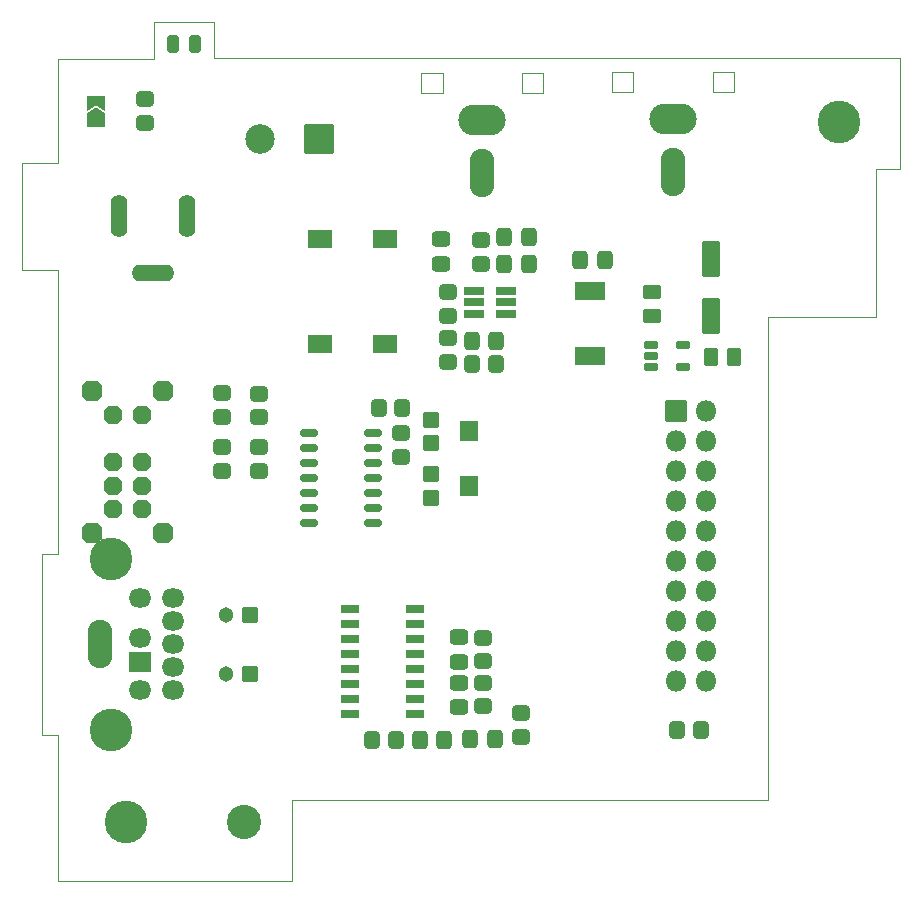
<source format=gts>
%TF.GenerationSoftware,KiCad,Pcbnew,7.0.1-3b83917a11~172~ubuntu22.04.1*%
%TF.CreationDate,2024-01-22T22:13:39+01:00*%
%TF.ProjectId,NES_POWER_FINESSE,4e45535f-504f-4574-9552-5f46494e4553,rev?*%
%TF.SameCoordinates,Original*%
%TF.FileFunction,Soldermask,Top*%
%TF.FilePolarity,Negative*%
%FSLAX46Y46*%
G04 Gerber Fmt 4.6, Leading zero omitted, Abs format (unit mm)*
G04 Created by KiCad (PCBNEW 7.0.1-3b83917a11~172~ubuntu22.04.1) date 2024-01-22 22:13:39*
%MOMM*%
%LPD*%
G01*
G04 APERTURE LIST*
G04 Aperture macros list*
%AMRoundRect*
0 Rectangle with rounded corners*
0 $1 Rounding radius*
0 $2 $3 $4 $5 $6 $7 $8 $9 X,Y pos of 4 corners*
0 Add a 4 corners polygon primitive as box body*
4,1,4,$2,$3,$4,$5,$6,$7,$8,$9,$2,$3,0*
0 Add four circle primitives for the rounded corners*
1,1,$1+$1,$2,$3*
1,1,$1+$1,$4,$5*
1,1,$1+$1,$6,$7*
1,1,$1+$1,$8,$9*
0 Add four rect primitives between the rounded corners*
20,1,$1+$1,$2,$3,$4,$5,0*
20,1,$1+$1,$4,$5,$6,$7,0*
20,1,$1+$1,$6,$7,$8,$9,0*
20,1,$1+$1,$8,$9,$2,$3,0*%
%AMFreePoly0*
4,1,16,0.523970,0.794789,0.542268,0.778179,1.042268,0.028179,1.050800,0.000000,1.042268,-0.028179,0.542268,-0.778179,0.523970,-0.794789,0.500000,-0.800800,-0.500000,-0.800800,-0.535921,-0.785921,-0.550800,-0.750000,-0.550800,0.750000,-0.535921,0.785921,-0.500000,0.800800,0.500000,0.800800,0.523970,0.794789,0.523970,0.794789,$1*%
%AMFreePoly1*
4,1,16,0.535921,0.785921,0.550800,0.750000,0.550800,-0.750000,0.535921,-0.785921,0.500000,-0.800800,-0.650000,-0.800800,-0.683481,-0.788205,-0.700361,-0.756666,-0.692268,-0.721821,-0.211054,0.000000,-0.692268,0.721821,-0.700361,0.756666,-0.683481,0.788205,-0.650000,0.800800,0.500000,0.800800,0.535921,0.785921,0.535921,0.785921,$1*%
%AMFreePoly2*
4,1,17,0.385921,0.735921,0.735921,0.385921,0.750800,0.350000,0.750800,-0.350000,0.735921,-0.385921,0.385921,-0.735921,0.350000,-0.750800,-0.350000,-0.750800,-0.385921,-0.735921,-0.735921,-0.385921,-0.750800,-0.350000,-0.750800,0.350000,-0.735921,0.385921,-0.385921,0.735921,-0.350000,0.750800,0.350000,0.750800,0.385921,0.735921,0.385921,0.735921,$1*%
%AMFreePoly3*
4,1,17,0.435921,0.835921,0.835921,0.435921,0.850800,0.400000,0.850800,-0.400000,0.835921,-0.435921,0.435921,-0.835921,0.400000,-0.850800,-0.400000,-0.850800,-0.435921,-0.835921,-0.835921,-0.435921,-0.850800,-0.400000,-0.850800,0.400000,-0.835921,0.435921,-0.435921,0.835921,-0.400000,0.850800,0.400000,0.850800,0.435921,0.835921,0.435921,0.835921,$1*%
G04 Aperture macros list end*
%TA.AperFunction,Profile*%
%ADD10C,0.010000*%
%TD*%
%ADD11RoundRect,0.050800X0.780000X0.325000X-0.780000X0.325000X-0.780000X-0.325000X0.780000X-0.325000X0*%
%ADD12RoundRect,0.120800X0.630000X-1.430000X0.630000X1.430000X-0.630000X1.430000X-0.630000X-1.430000X0*%
%ADD13RoundRect,0.300800X-0.337500X-0.475000X0.337500X-0.475000X0.337500X0.475000X-0.337500X0.475000X0*%
%ADD14RoundRect,0.300800X-0.450000X0.350000X-0.450000X-0.350000X0.450000X-0.350000X0.450000X0.350000X0*%
%ADD15O,1.409600X3.609599*%
%ADD16O,3.609599X1.409600*%
%ADD17RoundRect,0.300800X-0.350000X-0.450000X0.350000X-0.450000X0.350000X0.450000X-0.350000X0.450000X0*%
%ADD18RoundRect,0.050800X1.000000X-0.750000X1.000000X0.750000X-1.000000X0.750000X-1.000000X-0.750000X0*%
%ADD19RoundRect,0.050800X-0.600000X-0.600000X0.600000X-0.600000X0.600000X0.600000X-0.600000X0.600000X0*%
%ADD20RoundRect,0.050800X-0.750000X-0.800000X0.750000X-0.800000X0.750000X0.800000X-0.750000X0.800000X0*%
%ADD21O,1.551600X0.701599*%
%ADD22RoundRect,0.300800X0.350000X0.450000X-0.350000X0.450000X-0.350000X-0.450000X0.350000X-0.450000X0*%
%ADD23RoundRect,0.100800X-0.700000X0.450000X-0.700000X-0.450000X0.700000X-0.450000X0.700000X0.450000X0*%
%ADD24RoundRect,0.100800X0.700000X-0.450000X0.700000X0.450000X-0.700000X0.450000X-0.700000X-0.450000X0*%
%ADD25FreePoly0,90.000000*%
%ADD26FreePoly1,90.000000*%
%ADD27RoundRect,0.300800X0.337500X0.475000X-0.337500X0.475000X-0.337500X-0.475000X0.337500X-0.475000X0*%
%ADD28RoundRect,0.300800X0.450000X-0.350000X0.450000X0.350000X-0.450000X0.350000X-0.450000X-0.350000X0*%
%ADD29RoundRect,0.300800X0.475000X-0.337500X0.475000X0.337500X-0.475000X0.337500X-0.475000X-0.337500X0*%
%ADD30C,3.601600*%
%ADD31RoundRect,0.050800X-0.900000X0.754000X-0.900000X-0.754000X0.900000X-0.754000X0.900000X0.754000X0*%
%ADD32O,1.901600X1.609600*%
%ADD33C,3.617600*%
%ADD34O,2.101600X4.101600*%
%ADD35RoundRect,0.050800X0.600000X0.600000X-0.600000X0.600000X-0.600000X-0.600000X0.600000X-0.600000X0*%
%ADD36C,1.301600*%
%ADD37RoundRect,0.080800X-0.495000X0.270000X-0.495000X-0.270000X0.495000X-0.270000X0.495000X0.270000X0*%
%ADD38FreePoly2,270.000000*%
%ADD39FreePoly3,270.000000*%
%ADD40FreePoly3,90.000000*%
%ADD41O,4.001600X2.601600*%
%ADD42C,2.901600*%
%ADD43RoundRect,0.100800X-0.450000X-0.700000X0.450000X-0.700000X0.450000X0.700000X-0.450000X0.700000X0*%
%ADD44RoundRect,0.100800X0.450000X0.700000X-0.450000X0.700000X-0.450000X-0.700000X0.450000X-0.700000X0*%
%ADD45RoundRect,0.300800X-0.475000X0.337500X-0.475000X-0.337500X0.475000X-0.337500X0.475000X0.337500X0*%
%ADD46RoundRect,0.050800X1.200000X-0.750000X1.200000X0.750000X-1.200000X0.750000X-1.200000X-0.750000X0*%
%ADD47RoundRect,0.050800X-0.850000X-0.850000X0.850000X-0.850000X0.850000X0.850000X-0.850000X0.850000X0*%
%ADD48O,1.801600X1.801600*%
%ADD49RoundRect,0.050800X1.200000X1.200000X-1.200000X1.200000X-1.200000X-1.200000X1.200000X-1.200000X0*%
%ADD50C,2.501600*%
%ADD51RoundRect,0.294550X0.243750X0.456250X-0.243750X0.456250X-0.243750X-0.456250X0.243750X-0.456250X0*%
%ADD52RoundRect,0.050800X-0.727449X-0.279000X0.727449X-0.279000X0.727449X0.279000X-0.727449X0.279000X0*%
%TA.AperFunction,Profile*%
%ADD53C,0.050000*%
%TD*%
G04 APERTURE END LIST*
D10*
%TO.C,J3*%
X149286000Y-60648000D02*
X151086000Y-60648000D01*
X151086000Y-60648000D02*
X151086000Y-58948000D01*
X157786000Y-60648000D02*
X159586000Y-60648000D01*
X159586000Y-60648000D02*
X159586000Y-58948000D01*
X149286000Y-58948000D02*
X149286000Y-60648000D01*
X151086000Y-58948000D02*
X149286000Y-58948000D01*
X157786000Y-58948000D02*
X157786000Y-60648000D01*
X159586000Y-58948000D02*
X157786000Y-58948000D01*
%TO.C,J5*%
X165432000Y-60554000D02*
X167232000Y-60554000D01*
X167232000Y-60554000D02*
X167232000Y-58854000D01*
X173932000Y-60554000D02*
X175732000Y-60554000D01*
X175732000Y-60554000D02*
X175732000Y-58854000D01*
X165432000Y-58854000D02*
X165432000Y-60554000D01*
X167232000Y-58854000D02*
X165432000Y-58854000D01*
X173932000Y-58854000D02*
X173932000Y-60554000D01*
X175732000Y-58854000D02*
X173932000Y-58854000D01*
%TD*%
D11*
%TO.C,J7*%
X156420000Y-79320000D03*
X156420000Y-78370000D03*
X156420000Y-77420000D03*
X153720000Y-77420000D03*
X153720000Y-78370000D03*
X153720000Y-79320000D03*
%TD*%
D12*
%TO.C,C16*%
X173830000Y-74680000D03*
X173830000Y-79480000D03*
%TD*%
D13*
%TO.C,C3*%
X156282500Y-72870000D03*
X158357500Y-72870000D03*
%TD*%
D14*
%TO.C,R4*%
X151570000Y-77495000D03*
X151570000Y-79495000D03*
%TD*%
D15*
%TO.C,J2*%
X129460999Y-71035900D03*
X123661000Y-71035900D03*
D16*
X126560999Y-75835901D03*
%TD*%
D17*
%TO.C,R16*%
X145092696Y-115390000D03*
X147092696Y-115390000D03*
%TD*%
%TO.C,R3*%
X145672696Y-87330000D03*
X147672696Y-87330000D03*
%TD*%
D18*
%TO.C,D1*%
X146190000Y-72965000D03*
X146190000Y-81885000D03*
X140690000Y-72965000D03*
X140690000Y-81885000D03*
%TD*%
D19*
%TO.C,RV2*%
X150062696Y-88290000D03*
D20*
X153312696Y-89290000D03*
D19*
X150062696Y-90290000D03*
%TD*%
D21*
%TO.C,U1*%
X145222697Y-97025000D03*
X145222697Y-95755000D03*
X145222697Y-94485000D03*
X145222697Y-93215000D03*
X145222697Y-91945000D03*
X145222697Y-90675000D03*
X145222697Y-89405000D03*
X139772698Y-89405000D03*
X139772698Y-90675000D03*
X139772698Y-91945000D03*
X139772698Y-93215000D03*
X139772698Y-94485000D03*
X139772698Y-95755000D03*
X139772698Y-97025000D03*
%TD*%
D13*
%TO.C,C5*%
X153532500Y-81620000D03*
X155607500Y-81620000D03*
%TD*%
D22*
%TO.C,R8*%
X172930000Y-114590000D03*
X170930000Y-114590000D03*
%TD*%
D23*
%TO.C,C17*%
X168770000Y-79500000D03*
D24*
X168770000Y-77500000D03*
%TD*%
D25*
%TO.C,JP1*%
X121752500Y-62915000D03*
D26*
X121752500Y-61465000D03*
%TD*%
D27*
%TO.C,C10*%
X151230196Y-115380000D03*
X149155196Y-115380000D03*
%TD*%
D28*
%TO.C,R11*%
X135570000Y-92650000D03*
X135570000Y-90650000D03*
%TD*%
D14*
%TO.C,R6*%
X151570000Y-81370000D03*
X151570000Y-83370000D03*
%TD*%
D29*
%TO.C,C8*%
X152442696Y-112637500D03*
X152442696Y-110562500D03*
%TD*%
D19*
%TO.C,RV1*%
X150072696Y-92890000D03*
D20*
X153322696Y-93890000D03*
D19*
X150072696Y-94890000D03*
%TD*%
D30*
%TO.C,*%
X184630000Y-63090000D03*
%TD*%
D28*
%TO.C,R7*%
X154320000Y-75120000D03*
X154320000Y-73120000D03*
%TD*%
%TO.C,R1*%
X125890000Y-63152500D03*
X125890000Y-61152500D03*
%TD*%
D31*
%TO.C,J9*%
X125440000Y-108810000D03*
D32*
X125440000Y-106810000D03*
X125440000Y-111210000D03*
X128240000Y-109260000D03*
X128240000Y-107310000D03*
X125440000Y-103410000D03*
X128240000Y-111210000D03*
X128240000Y-105360000D03*
X128240000Y-103410000D03*
D33*
X122990000Y-114535000D03*
X122990000Y-100085000D03*
D34*
X122090000Y-107310000D03*
%TD*%
D35*
%TO.C,C12*%
X134737600Y-109840000D03*
D36*
X132737600Y-109840000D03*
%TD*%
D37*
%TO.C,U3*%
X168760000Y-81960000D03*
X168760000Y-82910000D03*
X168760000Y-83860000D03*
X171460000Y-83860000D03*
X171460000Y-81960000D03*
%TD*%
D38*
%TO.C,SW1*%
X123140000Y-87890000D03*
X123140000Y-91890000D03*
X123140000Y-93890000D03*
X123140000Y-95890000D03*
X125640000Y-87890000D03*
X125640000Y-91890000D03*
X125640000Y-93890000D03*
X125640000Y-95890000D03*
D39*
X127390000Y-85890000D03*
X121390000Y-85890000D03*
D40*
X127390000Y-97890000D03*
X121390000Y-97890000D03*
%TD*%
D28*
%TO.C,R2*%
X147562696Y-91440000D03*
X147562696Y-89440000D03*
%TD*%
D14*
%TO.C,R9*%
X154522696Y-110560000D03*
X154522696Y-112560000D03*
%TD*%
D17*
%TO.C,R5*%
X153570000Y-83620000D03*
X155570000Y-83620000D03*
%TD*%
D41*
%TO.C,J3*%
X154436000Y-62948000D03*
D34*
X154436000Y-67448000D03*
%TD*%
D42*
%TO.C,*%
X134300000Y-122360000D03*
%TD*%
D27*
%TO.C,C6*%
X164797500Y-74810000D03*
X162722500Y-74810000D03*
%TD*%
D28*
%TO.C,R13*%
X132420000Y-88030000D03*
X132420000Y-86030000D03*
%TD*%
D14*
%TO.C,R10*%
X154532696Y-106740000D03*
X154532696Y-108740000D03*
%TD*%
D29*
%TO.C,C9*%
X152432696Y-108777500D03*
X152432696Y-106702500D03*
%TD*%
D14*
%TO.C,R15*%
X157752696Y-113150000D03*
X157752696Y-115150000D03*
%TD*%
D43*
%TO.C,C18*%
X175770000Y-82990000D03*
D44*
X173770000Y-82990000D03*
%TD*%
D45*
%TO.C,C2*%
X150930000Y-73005000D03*
X150930000Y-75080000D03*
%TD*%
D41*
%TO.C,J5*%
X170582000Y-62854000D03*
D34*
X170582000Y-67354000D03*
%TD*%
D13*
%TO.C,C4*%
X156282500Y-75120000D03*
X158357500Y-75120000D03*
%TD*%
D35*
%TO.C,C13*%
X134740000Y-104840000D03*
D36*
X132740000Y-104840000D03*
%TD*%
D14*
%TO.C,R14*%
X132420000Y-90650000D03*
X132420000Y-92650000D03*
%TD*%
D28*
%TO.C,R12*%
X135530000Y-88080000D03*
X135530000Y-86080000D03*
%TD*%
D46*
%TO.C,L1*%
X163590000Y-82920000D03*
X163590000Y-77420000D03*
%TD*%
D30*
%TO.C,*%
X124300000Y-122360000D03*
%TD*%
D27*
%TO.C,C11*%
X155480196Y-115370000D03*
X153405196Y-115370000D03*
%TD*%
D47*
%TO.C,J1*%
X170850000Y-87530000D03*
D48*
X173390000Y-87530000D03*
X170850000Y-90070000D03*
X173390000Y-90070000D03*
X170850000Y-92610000D03*
X173390000Y-92610000D03*
X170850000Y-95150000D03*
X173390000Y-95150000D03*
X170850000Y-97690000D03*
X173390000Y-97690000D03*
X170850000Y-100230000D03*
X173390000Y-100230000D03*
X170850000Y-102770000D03*
X173390000Y-102770000D03*
X170850000Y-105310000D03*
X173390000Y-105310000D03*
X170850000Y-107850000D03*
X173390000Y-107850000D03*
X170850000Y-110390000D03*
X173390000Y-110390000D03*
%TD*%
D49*
%TO.C,C1*%
X140615000Y-64540000D03*
D50*
X135615000Y-64540000D03*
%TD*%
D51*
%TO.C,D2*%
X130127500Y-56490000D03*
X128252500Y-56490000D03*
%TD*%
D52*
%TO.C,U2*%
X143260000Y-104360000D03*
X143260000Y-105630000D03*
X143260000Y-106900000D03*
X143260000Y-108170000D03*
X143260000Y-109440000D03*
X143260000Y-110710000D03*
X143260000Y-111980000D03*
X143260000Y-113250000D03*
X148702696Y-113250000D03*
X148702696Y-111980000D03*
X148702696Y-110710000D03*
X148702696Y-109440000D03*
X148702696Y-108170000D03*
X148702696Y-106900000D03*
X148702696Y-105630000D03*
X148702696Y-104360000D03*
%TD*%
G36*
X122173823Y-98378620D02*
G01*
X122216952Y-98445731D01*
X122284497Y-98420538D01*
X122286422Y-98420832D01*
X122287185Y-98422622D01*
X122286064Y-98424214D01*
X122086600Y-98520271D01*
X121922398Y-98632222D01*
X121920517Y-98632422D01*
X121919311Y-98630966D01*
X121919857Y-98629156D01*
X122170726Y-98378287D01*
X122172354Y-98377712D01*
X122173823Y-98378620D01*
G37*
D53*
X118490000Y-127370000D02*
X118490000Y-114990000D01*
X187790000Y-79590000D02*
X178640000Y-79590000D01*
X178640000Y-120470000D02*
X173590000Y-120470000D01*
X173590000Y-120470000D02*
X163640000Y-120470000D01*
X117190000Y-114990000D02*
X118490000Y-114990000D01*
X126640000Y-54590000D02*
X131690000Y-54590000D01*
X118490000Y-66590000D02*
X118490000Y-57790000D01*
X163640000Y-120470000D02*
X138290000Y-120470000D01*
X189840000Y-57690000D02*
X189840000Y-67090000D01*
X118490000Y-57790000D02*
X126640000Y-57790000D01*
X131690000Y-57690000D02*
X189840000Y-57690000D01*
X117190000Y-114990000D02*
X117190000Y-99690000D01*
X189840000Y-67090000D02*
X187790000Y-67090000D01*
X138290000Y-120470000D02*
X138290000Y-127370000D01*
X117190000Y-99690000D02*
X118490000Y-99690000D01*
X187790000Y-67090000D02*
X187790000Y-79590000D01*
X118490000Y-75590000D02*
X115490000Y-75590000D01*
X115490000Y-66590000D02*
X118490000Y-66590000D01*
X115490000Y-75590000D02*
X115490000Y-66590000D01*
X118490000Y-99690000D02*
X118490000Y-75590000D01*
X126640000Y-57790000D02*
X126640000Y-54590000D01*
X138290000Y-127370000D02*
X118490000Y-127370000D01*
X131690000Y-54590000D02*
X131690000Y-57690000D01*
X178640000Y-79590000D02*
X178640000Y-120470000D01*
D10*
%TO.C,J3*%
X149286000Y-60648000D02*
X151086000Y-60648000D01*
X151086000Y-60648000D02*
X151086000Y-58948000D01*
X157786000Y-60648000D02*
X159586000Y-60648000D01*
X159586000Y-60648000D02*
X159586000Y-58948000D01*
X149286000Y-58948000D02*
X149286000Y-60648000D01*
X151086000Y-58948000D02*
X149286000Y-58948000D01*
X157786000Y-58948000D02*
X157786000Y-60648000D01*
X159586000Y-58948000D02*
X157786000Y-58948000D01*
%TO.C,J5*%
X165432000Y-60554000D02*
X167232000Y-60554000D01*
X167232000Y-60554000D02*
X167232000Y-58854000D01*
X173932000Y-60554000D02*
X175732000Y-60554000D01*
X175732000Y-60554000D02*
X175732000Y-58854000D01*
X165432000Y-58854000D02*
X165432000Y-60554000D01*
X167232000Y-58854000D02*
X165432000Y-58854000D01*
X173932000Y-58854000D02*
X173932000Y-60554000D01*
X175732000Y-58854000D02*
X173932000Y-58854000D01*
%TD*%
M02*

</source>
